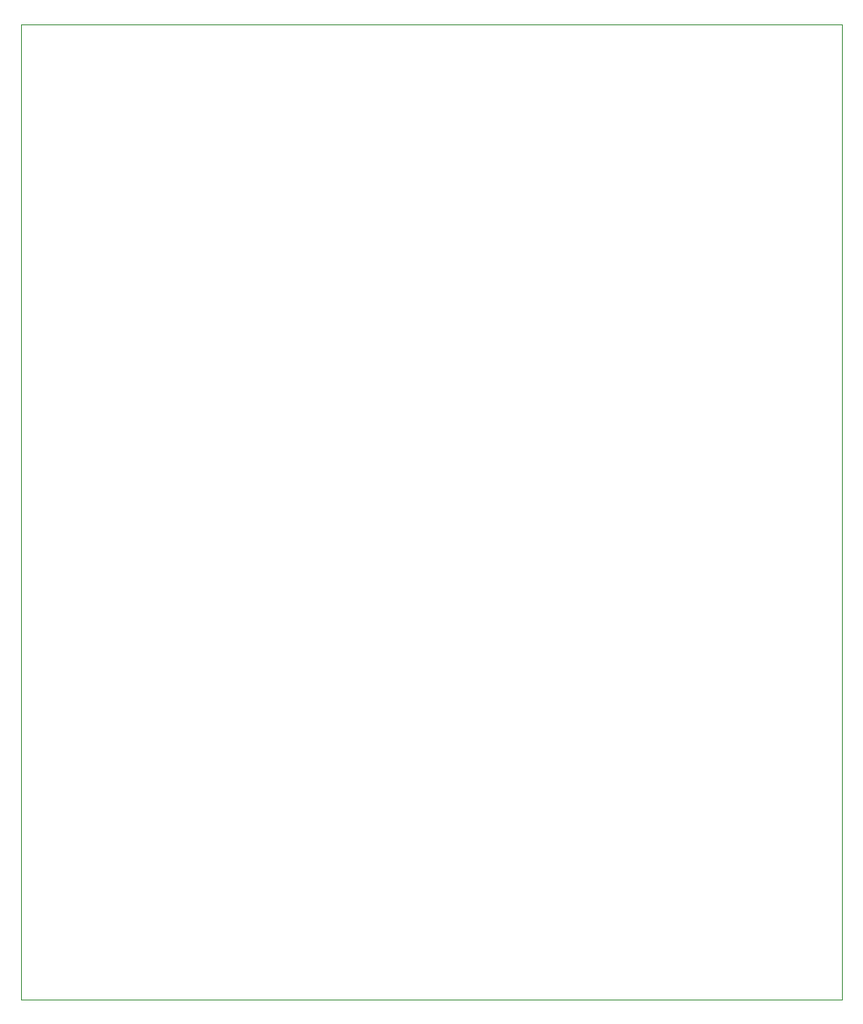
<source format=gbr>
G04 #@! TF.GenerationSoftware,KiCad,Pcbnew,(5.1.2)-2*
G04 #@! TF.CreationDate,2021-09-09T11:32:28-03:00*
G04 #@! TF.ProjectId,MAG_Plus,4d41475f-506c-4757-932e-6b696361645f,rev?*
G04 #@! TF.SameCoordinates,Original*
G04 #@! TF.FileFunction,Profile,NP*
%FSLAX46Y46*%
G04 Gerber Fmt 4.6, Leading zero omitted, Abs format (unit mm)*
G04 Created by KiCad (PCBNEW (5.1.2)-2) date 2021-09-09 11:32:28*
%MOMM*%
%LPD*%
G04 APERTURE LIST*
%ADD10C,0.050000*%
G04 APERTURE END LIST*
D10*
X36000000Y-239000000D02*
X36000000Y-141000000D01*
X118600000Y-239000000D02*
X36000000Y-239000000D01*
X118600000Y-141000000D02*
X118600000Y-239000000D01*
X36000000Y-141000000D02*
X118600000Y-141000000D01*
M02*

</source>
